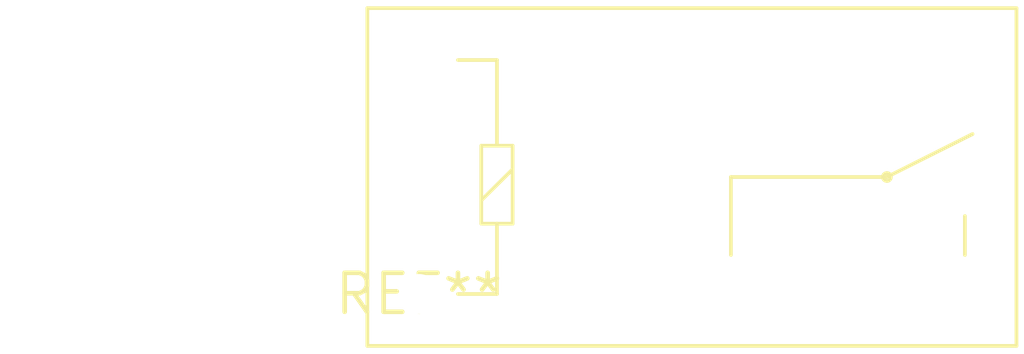
<source format=kicad_pcb>
(kicad_pcb (version 20240108) (generator pcbnew)
  (layers (0 "F.Cu" signal) (31 "B.Cu" signal) (34 "B.Paste" user) (35 "F.Paste" user) (36 "B.SilkS" user "B.Silkscreen") (37 "F.SilkS" user "F.Silkscreen") (38 "B.Mask" user) (39 "F.Mask" user) (44 "Edge.Cuts" user))
  (net 0 "")
  (footprint "Relay_SPST_Omron-G5Q-1A" (layer "F.Cu") (at 0 0)
    (property "Reference" "REF**")
    (property "Value" "Relay_SPST_Omron-G5Q-1A")
    (fp_line (start -1.68 -9.31) (end 19.46 -9.31) (layer "F.SilkS") (stroke (width 0.12)))
    (fp_line (start -1.68 1.69) (end -1.68 -9.31) (layer "F.SilkS") (stroke (width 0.12)))
    (fp_line (start -1.68 1.69) (end 19.46 1.69) (layer "F.SilkS") (stroke (width 0.12)))
    (fp_line (start 1.27 0) (end 2.54 0) (layer "F.SilkS") (stroke (width 0.12)))
    (fp_line (start 2.03 -4.83) (end 2.54 -4.83) (layer "F.SilkS") (stroke (width 0.12)))
    (fp_line (start 2.03 -3.05) (end 3.05 -4.06) (layer "F.SilkS") (stroke (width 0.12)))
    (fp_line (start 2.03 -2.29) (end 2.03 -4.83) (layer "F.SilkS") (stroke (width 0.12)))
    (fp_line (start 2.54 -7.62) (end 1.27 -7.62) (layer "F.SilkS") (stroke (width 0.12)))
    (fp_line (start 2.54 -4.83) (end 2.54 -7.62) (layer "F.SilkS") (stroke (width 0.12)))
    (fp_line (start 2.54 -4.83) (end 3.05 -4.83) (layer "F.SilkS") (stroke (width 0.12)))
    (fp_line (start 2.54 -2.29) (end 2.03 -2.29) (layer "F.SilkS") (stroke (width 0.12)))
    (fp_line (start 2.54 0) (end 2.54 -2.29) (layer "F.SilkS") (stroke (width 0.12)))
    (fp_line (start 3.05 -4.83) (end 3.05 -2.29) (layer "F.SilkS") (stroke (width 0.12)))
    (fp_line (start 3.05 -2.29) (end 2.54 -2.29) (layer "F.SilkS") (stroke (width 0.12)))
    (fp_line (start 10.16 -3.81) (end 15.24 -3.81) (layer "F.SilkS") (stroke (width 0.12)))
    (fp_line (start 10.16 -1.27) (end 10.16 -3.81) (layer "F.SilkS") (stroke (width 0.12)))
    (fp_line (start 15.24 -3.81) (end 18.03 -5.21) (layer "F.SilkS") (stroke (width 0.12)))
    (fp_line (start 17.78 -1.27) (end 17.78 -2.54) (layer "F.SilkS") (stroke (width 0.12)))
    (fp_line (start 19.46 1.69) (end 19.46 -9.31) (layer "F.SilkS") (stroke (width 0.12)))
    (fp_circle (center 15.24 -3.81) (end 15.24 -3.68) (layer "F.SilkS") (stroke (width 0.12)) (fill none))
    (pad "1" thru_hole rect (at 0 0 180) (size 2.3 2.3) (drill 1.3) (layers *.Cu *.Mask) (remove_unused_layers))
    (pad "2" thru_hole circle (at 10.16 0 180) (size 2.3 2.3) (drill 1.3) (layers *.Cu *.Mask) (remove_unused_layers))
    (pad "3" thru_hole circle (at 17.78 0 180) (size 2.3 2.3) (drill 1.3) (layers *.Cu *.Mask) (remove_unused_layers))
    (pad "5" thru_hole circle (at 0 -7.62 180) (size 2.3 2.3) (drill 1.3) (layers *.Cu *.Mask) (remove_unused_layers))
  )
)
</source>
